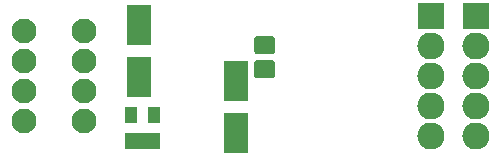
<source format=gbr>
G04 #@! TF.GenerationSoftware,KiCad,Pcbnew,5.0.0-fee4fd1~66~ubuntu18.04.1*
G04 #@! TF.CreationDate,2018-10-20T19:30:02+02:00*
G04 #@! TF.ProjectId,bmp280-sensor-board,626D703238302D73656E736F722D626F,rev?*
G04 #@! TF.SameCoordinates,Original*
G04 #@! TF.FileFunction,Soldermask,Bot*
G04 #@! TF.FilePolarity,Negative*
%FSLAX46Y46*%
G04 Gerber Fmt 4.6, Leading zero omitted, Abs format (unit mm)*
G04 Created by KiCad (PCBNEW 5.0.0-fee4fd1~66~ubuntu18.04.1) date Sat Oct 20 19:30:02 2018*
%MOMM*%
%LPD*%
G01*
G04 APERTURE LIST*
%ADD10R,2.000000X3.400000*%
%ADD11R,1.050000X1.460000*%
%ADD12C,0.100000*%
%ADD13C,1.550000*%
%ADD14C,2.100000*%
%ADD15R,2.200000X2.200000*%
%ADD16O,2.300000X2.300000*%
G04 APERTURE END LIST*
D10*
G04 #@! TO.C,C1*
X113665000Y-49530000D03*
X113665000Y-53930000D03*
G04 #@! TD*
G04 #@! TO.C,C2*
X105410000Y-44790000D03*
X105410000Y-49190000D03*
G04 #@! TD*
D11*
G04 #@! TO.C,U1*
X106680000Y-54610000D03*
X105730000Y-54610000D03*
X104780000Y-54610000D03*
X104780000Y-52410000D03*
X106680000Y-52410000D03*
G04 #@! TD*
D12*
G04 #@! TO.C,C3*
G36*
X116674071Y-47749623D02*
X116706781Y-47754475D01*
X116738857Y-47762509D01*
X116769991Y-47773649D01*
X116799884Y-47787787D01*
X116828247Y-47804787D01*
X116854807Y-47824485D01*
X116879308Y-47846692D01*
X116901515Y-47871193D01*
X116921213Y-47897753D01*
X116938213Y-47926116D01*
X116952351Y-47956009D01*
X116963491Y-47987143D01*
X116971525Y-48019219D01*
X116976377Y-48051929D01*
X116978000Y-48084956D01*
X116978000Y-48961044D01*
X116976377Y-48994071D01*
X116971525Y-49026781D01*
X116963491Y-49058857D01*
X116952351Y-49089991D01*
X116938213Y-49119884D01*
X116921213Y-49148247D01*
X116901515Y-49174807D01*
X116879308Y-49199308D01*
X116854807Y-49221515D01*
X116828247Y-49241213D01*
X116799884Y-49258213D01*
X116769991Y-49272351D01*
X116738857Y-49283491D01*
X116706781Y-49291525D01*
X116674071Y-49296377D01*
X116641044Y-49298000D01*
X115514956Y-49298000D01*
X115481929Y-49296377D01*
X115449219Y-49291525D01*
X115417143Y-49283491D01*
X115386009Y-49272351D01*
X115356116Y-49258213D01*
X115327753Y-49241213D01*
X115301193Y-49221515D01*
X115276692Y-49199308D01*
X115254485Y-49174807D01*
X115234787Y-49148247D01*
X115217787Y-49119884D01*
X115203649Y-49089991D01*
X115192509Y-49058857D01*
X115184475Y-49026781D01*
X115179623Y-48994071D01*
X115178000Y-48961044D01*
X115178000Y-48084956D01*
X115179623Y-48051929D01*
X115184475Y-48019219D01*
X115192509Y-47987143D01*
X115203649Y-47956009D01*
X115217787Y-47926116D01*
X115234787Y-47897753D01*
X115254485Y-47871193D01*
X115276692Y-47846692D01*
X115301193Y-47824485D01*
X115327753Y-47804787D01*
X115356116Y-47787787D01*
X115386009Y-47773649D01*
X115417143Y-47762509D01*
X115449219Y-47754475D01*
X115481929Y-47749623D01*
X115514956Y-47748000D01*
X116641044Y-47748000D01*
X116674071Y-47749623D01*
X116674071Y-47749623D01*
G37*
D13*
X116078000Y-48523000D03*
D12*
G36*
X116674071Y-45699623D02*
X116706781Y-45704475D01*
X116738857Y-45712509D01*
X116769991Y-45723649D01*
X116799884Y-45737787D01*
X116828247Y-45754787D01*
X116854807Y-45774485D01*
X116879308Y-45796692D01*
X116901515Y-45821193D01*
X116921213Y-45847753D01*
X116938213Y-45876116D01*
X116952351Y-45906009D01*
X116963491Y-45937143D01*
X116971525Y-45969219D01*
X116976377Y-46001929D01*
X116978000Y-46034956D01*
X116978000Y-46911044D01*
X116976377Y-46944071D01*
X116971525Y-46976781D01*
X116963491Y-47008857D01*
X116952351Y-47039991D01*
X116938213Y-47069884D01*
X116921213Y-47098247D01*
X116901515Y-47124807D01*
X116879308Y-47149308D01*
X116854807Y-47171515D01*
X116828247Y-47191213D01*
X116799884Y-47208213D01*
X116769991Y-47222351D01*
X116738857Y-47233491D01*
X116706781Y-47241525D01*
X116674071Y-47246377D01*
X116641044Y-47248000D01*
X115514956Y-47248000D01*
X115481929Y-47246377D01*
X115449219Y-47241525D01*
X115417143Y-47233491D01*
X115386009Y-47222351D01*
X115356116Y-47208213D01*
X115327753Y-47191213D01*
X115301193Y-47171515D01*
X115276692Y-47149308D01*
X115254485Y-47124807D01*
X115234787Y-47098247D01*
X115217787Y-47069884D01*
X115203649Y-47039991D01*
X115192509Y-47008857D01*
X115184475Y-46976781D01*
X115179623Y-46944071D01*
X115178000Y-46911044D01*
X115178000Y-46034956D01*
X115179623Y-46001929D01*
X115184475Y-45969219D01*
X115192509Y-45937143D01*
X115203649Y-45906009D01*
X115217787Y-45876116D01*
X115234787Y-45847753D01*
X115254485Y-45821193D01*
X115276692Y-45796692D01*
X115301193Y-45774485D01*
X115327753Y-45754787D01*
X115356116Y-45737787D01*
X115386009Y-45723649D01*
X115417143Y-45712509D01*
X115449219Y-45704475D01*
X115481929Y-45699623D01*
X115514956Y-45698000D01*
X116641044Y-45698000D01*
X116674071Y-45699623D01*
X116674071Y-45699623D01*
G37*
D13*
X116078000Y-46473000D03*
G04 #@! TD*
D14*
G04 #@! TO.C,U2*
X95737000Y-52915500D03*
X95737000Y-50375500D03*
X95737000Y-47835500D03*
X95737000Y-45295500D03*
G04 #@! TD*
G04 #@! TO.C,U4*
X100774500Y-45275500D03*
X100774500Y-47815500D03*
X100774500Y-50355500D03*
X100774500Y-52895500D03*
G04 #@! TD*
D15*
G04 #@! TO.C,J1*
X130130000Y-44040000D03*
D16*
X130130000Y-46580000D03*
X130130000Y-49120000D03*
X130130000Y-51660000D03*
X130130000Y-54200000D03*
G04 #@! TD*
G04 #@! TO.C,J2*
X133940000Y-54200000D03*
X133940000Y-51660000D03*
X133940000Y-49120000D03*
X133940000Y-46580000D03*
D15*
X133940000Y-44040000D03*
G04 #@! TD*
M02*

</source>
